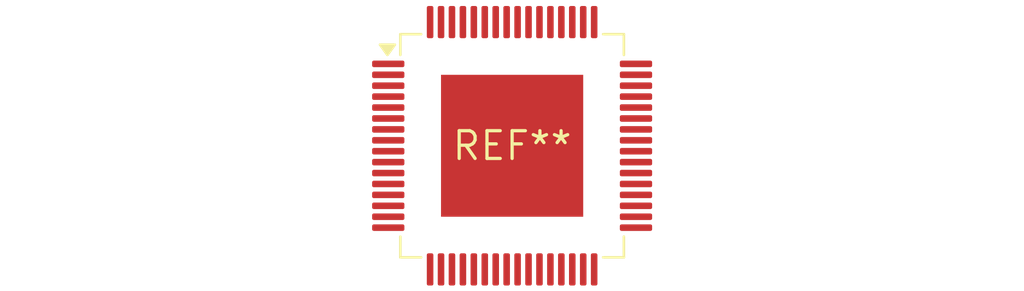
<source format=kicad_pcb>
(kicad_pcb (version 20240108) (generator pcbnew)
  (layers (0 "F.Cu" signal) (31 "B.Cu" signal) (34 "B.Paste" user) (35 "F.Paste" user) (36 "B.SilkS" user "B.Silkscreen") (37 "F.SilkS" user "F.Silkscreen") (38 "B.Mask" user) (39 "F.Mask" user) (44 "Edge.Cuts" user))
  (net 0 "")
  (footprint "LQFP-64-1EP_10x10mm_P0.5mm_EP6.5x6.5mm" (layer "F.Cu") (at 0 0)
    (property "Reference" "REF**")
    (property "Value" "LQFP-64-1EP_10x10mm_P0.5mm_EP6.5x6.5mm")
    (fp_line (start -5.11 -5.11) (end -5.11 -4.16) (layer "F.SilkS") (stroke (width 0.12)))
    (fp_line (start -5.11 5.11) (end -5.11 4.16) (layer "F.SilkS") (stroke (width 0.12)))
    (fp_line (start -4.16 -5.11) (end -5.11 -5.11) (layer "F.SilkS") (stroke (width 0.12)))
    (fp_line (start -4.16 5.11) (end -5.11 5.11) (layer "F.SilkS") (stroke (width 0.12)))
    (fp_line (start 4.16 -5.11) (end 5.11 -5.11) (layer "F.SilkS") (stroke (width 0.12)))
    (fp_line (start 4.16 5.11) (end 5.11 5.11) (layer "F.SilkS") (stroke (width 0.12)))
    (fp_line (start 5.11 -5.11) (end 5.11 -4.16) (layer "F.SilkS") (stroke (width 0.12)))
    (fp_line (start 5.11 5.11) (end 5.11 4.16) (layer "F.SilkS") (stroke (width 0.12)))
    (fp_poly (pts (xy -5.7 -4.16) (xy -6.04 -4.63) (xy -5.36 -4.63) (xy -5.7 -4.16)) (layer "F.SilkS") (stroke (width 0.12)) (fill solid))
    (pad "1" smd roundrect (at -5.6625 -3.75) (size 1.475 0.3) (layers "F.Cu" "F.Paste" "F.Mask"))
    (pad "2" smd roundrect (at -5.6625 -3.25) (size 1.475 0.3) (layers "F.Cu" "F.Paste" "F.Mask"))
    (pad "3" smd roundrect (at -5.6625 -2.75) (size 1.475 0.3) (layers "F.Cu" "F.Paste" "F.Mask"))
    (pad "4" smd roundrect (at -5.6625 -2.25) (size 1.475 0.3) (layers "F.Cu" "F.Paste" "F.Mask"))
    (pad "5" smd roundrect (at -5.6625 -1.75) (size 1.475 0.3) (layers "F.Cu" "F.Paste" "F.Mask"))
    (pad "6" smd roundrect (at -5.6625 -1.25) (size 1.475 0.3) (layers "F.Cu" "F.Paste" "F.Mask"))
    (pad "7" smd roundrect (at -5.6625 -0.75) (size 1.475 0.3) (layers "F.Cu" "F.Paste" "F.Mask"))
    (pad "8" smd roundrect (at -5.6625 -0.25) (size 1.475 0.3) (layers "F.Cu" "F.Paste" "F.Mask"))
    (pad "9" smd roundrect (at -5.6625 0.25) (size 1.475 0.3) (layers "F.Cu" "F.Paste" "F.Mask"))
    (pad "10" smd roundrect (at -5.6625 0.75) (size 1.475 0.3) (layers "F.Cu" "F.Paste" "F.Mask"))
    (pad "11" smd roundrect (at -5.6625 1.25) (size 1.475 0.3) (layers "F.Cu" "F.Paste" "F.Mask"))
    (pad "12" smd roundrect (at -5.6625 1.75) (size 1.475 0.3) (layers "F.Cu" "F.Paste" "F.Mask"))
    (pad "13" smd roundrect (at -5.6625 2.25) (size 1.475 0.3) (layers "F.Cu" "F.Paste" "F.Mask"))
    (pad "14" smd roundrect (at -5.6625 2.75) (size 1.475 0.3) (layers "F.Cu" "F.Paste" "F.Mask"))
    (pad "15" smd roundrect (at -5.6625 3.25) (size 1.475 0.3) (layers "F.Cu" "F.Paste" "F.Mask"))
    (pad "16" smd roundrect (at -5.6625 3.75) (size 1.475 0.3) (layers "F.Cu" "F.Paste" "F.Mask"))
    (pad "17" smd roundrect (at -3.75 5.6625) (size 0.3 1.475) (layers "F.Cu" "F.Paste" "F.Mask"))
    (pad "18" smd roundrect (at -3.25 5.6625) (size 0.3 1.475) (layers "F.Cu" "F.Paste" "F.Mask"))
    (pad "19" smd roundrect (at -2.75 5.6625) (size 0.3 1.475) (layers "F.Cu" "F.Paste" "F.Mask"))
    (pad "20" smd roundrect (at -2.25 5.6625) (size 0.3 1.475) (layers "F.Cu" "F.Paste" "F.Mask"))
    (pad "21" smd roundrect (at -1.75 5.6625) (size 0.3 1.475) (layers "F.Cu" "F.Paste" "F.Mask"))
    (pad "22" smd roundrect (at -1.25 5.6625) (size 0.3 1.475) (layers "F.Cu" "F.Paste" "F.Mask"))
    (pad "23" smd roundrect (at -0.75 5.6625) (size 0.3 1.475) (layers "F.Cu" "F.Paste" "F.Mask"))
    (pad "24" smd roundrect (at -0.25 5.6625) (size 0.3 1.475) (layers "F.Cu" "F.Paste" "F.Mask"))
    (pad "25" smd roundrect (at 0.25 5.6625) (size 0.3 1.475) (layers "F.Cu" "F.Paste" "F.Mask"))
    (pad "26" smd roundrect (at 0.75 5.6625) (size 0.3 1.475) (layers "F.Cu" "F.Paste" "F.Mask"))
    (pad "27" smd roundrect (at 1.25 5.6625) (size 0.3 1.475) (layers "F.Cu" "F.Paste" "F.Mask"))
    (pad "28" smd roundrect (at 1.75 5.6625) (size 0.3 1.475) (layers "F.Cu" "F.Paste" "F.Mask"))
    (pad "29" smd roundrect (at 2.25 5.6625) (size 0.3 1.475) (layers "F.Cu" "F.Paste" "F.Mask"))
    (pad "30" smd roundrect (at 2.75 5.6625) (size 0.3 1.475) (layers "F.Cu" "F.Paste" "F.Mask"))
    (pad "31" smd roundrect (at 3.25 5.6625) (size 0.3 1.475) (layers "F.Cu" "F.Paste" "F.Mask"))
    (pad "32" smd roundrect (at 3.75 5.6625) (size 0.3 1.475) (layers "F.Cu" "F.Paste" "F.Mask"))
    (pad "33" smd roundrect (at 5.6625 3.75) (size 1.475 0.3) (layers "F.Cu" "F.Paste" "F.Mask"))
    (pad "34" smd roundrect (at 5.6625 3.25) (size 1.475 0.3) (layers "F.Cu" "F.Paste" "F.Mask"))
    (pad "35" smd roundrect (at 5.6625 2.75) (size 1.475 0.3) (layers "F.Cu" "F.Paste" "F.Mask"))
    (pad "36" smd roundrect (at 5.6625 2.25) (size 1.475 0.3) (layers "F.Cu" "F.Paste" "F.Mask"))
    (pad "37" smd roundrect (at 5.6625 1.75) (size 1.475 0.3) (layers "F.Cu" "F.Paste" "F.Mask"))
    (pad "38" smd roundrect (at 5.6625 1.25) (size 1.475 0.3) (layers "F.Cu" "F.Paste" "F.Mask"))
    (pad "39" smd roundrect (at 5.6625 0.75) (size 1.475 0.3) (layers "F.Cu" "F.Paste" "F.Mask"))
    (pad "40" smd roundrect (at 5.6625 0.25) (size 1.475 0.3) (layers "F.Cu" "F.Paste" "F.Mask"))
    (pad "41" smd roundrect (at 5.6625 -0.25) (size 1.475 0.3) (layers "F.Cu" "F.Paste" "F.Mask"))
    (pad "42" smd roundrect (at 5.6625 -0.75) (size 1.475 0.3) (layers "F.Cu" "F.Paste" "F.Mask"))
    (pad "43" smd roundrect (at 5.6625 -1.25) (size 1.475 0.3) (layers "F.Cu" "F.Paste" "F.Mask"))
    (pad "44" smd roundrect (at 5.6625 -1.75) (size 1.475 0.3) (layers "F.Cu" "F.Paste" "F.Mask"))
    (pad "45" smd roundrect (at 5.6625 -2.25) (size 1.475 0.3) (layers "F.Cu" "F.Paste" "F.Mask"))
    (pad "46" smd roundrect (at 5.6625 -2.75) (size 1.475 0.3) (layers "F.Cu" "F.Paste" "F.Mask"))
    (pad "47" smd roundrect (at 5.6625 -3.25) (size 1.475 0.3) (layers "F.Cu" "F.Paste" "F.Mask"))
    (pad "48" smd roundrect (at 5.6625 -3.75) (size 1.475 0.3) (layers "F.Cu" "F.Paste" "F.Mask"))
    (pad "49" smd roundrect (at 3.75 -5.6625) (size 0.3 1.475) (layers "F.Cu" "F.Paste" "F.Mask"))
    (pad "50" smd roundrect (at 3.25 -5.6625) (size 0.3 1.475) (layers "F.Cu" "F.Paste" "F.Mask"))
    (pad "51" smd roundrect (at 2.75 -5.6625) (size 0.3 1.475) (layers "F.Cu" "F.Paste" "F.Mask"))
    (pad "52" smd roundrect (at 2.25 -5.6625) (size 0.3 1.475) (layers "F.Cu" "F.Paste" "F.Mask"))
    (pad "53" smd roundrect (at 1.75 -5.6625) (size 0.3 1.475) (layers "F.Cu" "F.Paste" "F.Mask"))
    (pad "54" smd roundrect (at 1.25 -5.6625) (size 0.3 1.475) (layers "F.Cu" "F.Paste" "F.Mask"))
    (pad "55" smd roundrect (at 0.75 -5.6625) (size 0.3 1.475) (layers "F.Cu" "F.Paste" "F.Mask"))
    (pad "56" smd roundrect (at 0.25 -5.6625) (size 0.3 1.475) (layers "F.Cu" "F.Paste" "F.Mask"))
    (pad "57" smd roundrect (at -0.25 -5.6625) (size 0.3 1.475) (layers "F.Cu" "F.Paste" "F.Mask"))
    (pad "58" smd roundrect (at -0.75 -5.6625) (size 0.3 1.475) (layers "F.Cu" "F.Paste" "F.Mask"))
    (pad "59" smd roundrect (at -1.25 -5.6625) (size 0.3 1.475) (layers "F.Cu" "F.Paste" "F.Mask"))
    (pad "60" smd roundrect (at -1.75 -5.6625) (size 0.3 1.475) (layers "F.Cu" "F.Paste" "F.Mask"))
    (pad "61" smd roundrect (at -2.25 -5.6625) (size 0.3 1.475) (layers "F.Cu" "F.Paste" "F.Mask"))
    (pad "62" smd roundrect (at -2.75 -5.6625) (size 0.3 1.475) (layers "F.Cu" "F.Paste" "F.Mask"))
    (pad "63" smd roundrect (at -3.25 -5.6625) (size 0.3 1.475) (layers "F.Cu" "F.Paste" "F.Mask"))
    (pad "64" smd roundrect (at -3.75 -5.6625) (size 0.3 1.475) (layers "F.Cu" "F.Paste" "F.Mask"))
    (pad "65" smd rect (at 0 0) (size 6.5 6.5) (property pad_prop_heatsink) (layers "F.Cu" "F.Mask"))
  )
)
</source>
